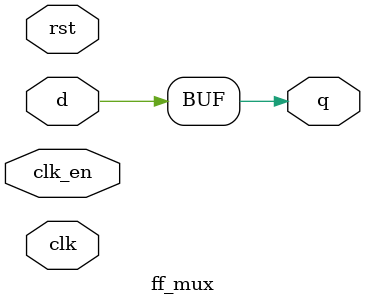
<source format=v>
module ff_mux #(
    parameter RSTTYPE = "SYNC",
    parameter WIDTH = 1,
    parameter REG = 0
    )(
    input clk, rst, clk_en,
    input [WIDTH - 1:0] d,
    output [WIDTH - 1:0] q
    );
    reg [WIDTH - 1:0] q_sync, q_async;
    wire [WIDTH - 1:0] q_reg;

    always @(posedge clk) begin // D Flip Flop with Active High Synchronous Reset
        if(rst)
            q_sync <= 0;
        else if(clk_en)
            q_sync <= d;
    end
    always @(posedge clk, posedge rst) begin // D Flip Flop with Active High Asynchronous Reset
        if(rst)
            q_async <= 0;
        else if(clk_en)
            q_async <= d;
    end
    assign q_reg = (RSTTYPE == "SYNC") ? q_sync : q_async; // MUX for Synchronous D Flip Flop or the Asynchronous D Flip Flop
    assign q = (REG == 1) ? q_reg : d; // MUX for the pipline stages
endmodule
</source>
